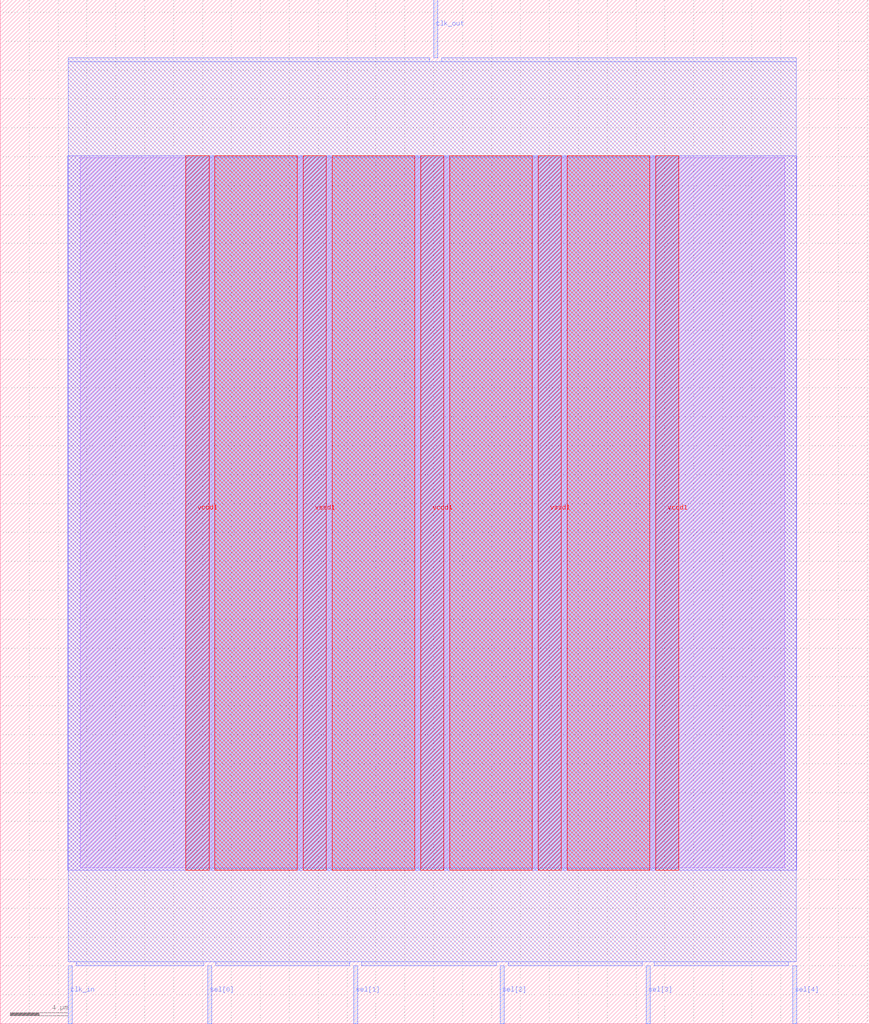
<source format=lef>
VERSION 5.7 ;
  NOWIREEXTENSIONATPIN ON ;
  DIVIDERCHAR "/" ;
  BUSBITCHARS "[]" ;
MACRO clk_skew_adjust
  CLASS BLOCK ;
  FOREIGN clk_skew_adjust ;
  ORIGIN 0.000 0.000 ;
  SIZE 60.140 BY 70.860 ;
  PIN clk_in
    DIRECTION INPUT ;
    USE SIGNAL ;
    PORT
      LAYER met2 ;
        RECT 4.690 0.000 4.970 4.000 ;
    END
  END clk_in
  PIN clk_out
    DIRECTION OUTPUT TRISTATE ;
    USE SIGNAL ;
    PORT
      LAYER met2 ;
        RECT 29.990 66.860 30.270 70.860 ;
    END
  END clk_out
  PIN sel[0]
    DIRECTION INPUT ;
    USE SIGNAL ;
    PORT
      LAYER met2 ;
        RECT 14.350 0.000 14.630 4.000 ;
    END
  END sel[0]
  PIN sel[1]
    DIRECTION INPUT ;
    USE SIGNAL ;
    PORT
      LAYER met2 ;
        RECT 24.470 0.000 24.750 4.000 ;
    END
  END sel[1]
  PIN sel[2]
    DIRECTION INPUT ;
    USE SIGNAL ;
    PORT
      LAYER met2 ;
        RECT 34.590 0.000 34.870 4.000 ;
    END
  END sel[2]
  PIN sel[3]
    DIRECTION INPUT ;
    USE SIGNAL ;
    PORT
      LAYER met2 ;
        RECT 44.710 0.000 44.990 4.000 ;
    END
  END sel[3]
  PIN sel[4]
    DIRECTION INPUT ;
    USE SIGNAL ;
    PORT
      LAYER met2 ;
        RECT 54.830 0.000 55.110 4.000 ;
    END
  END sel[4]
  PIN vccd1
    DIRECTION INPUT ;
    USE POWER ;
    PORT
      LAYER met4 ;
        RECT 12.850 10.640 14.450 60.080 ;
    END
    PORT
      LAYER met4 ;
        RECT 29.100 10.640 30.700 60.080 ;
    END
    PORT
      LAYER met4 ;
        RECT 45.355 10.640 46.955 60.080 ;
    END
  END vccd1
  PIN vssd1
    DIRECTION INPUT ;
    USE GROUND ;
    PORT
      LAYER met4 ;
        RECT 20.970 10.640 22.570 60.080 ;
    END
    PORT
      LAYER met4 ;
        RECT 37.225 10.640 38.825 60.080 ;
    END
  END vssd1
  OBS
      LAYER li1 ;
        RECT 5.520 10.795 54.280 59.925 ;
      LAYER met1 ;
        RECT 4.670 10.640 55.130 60.080 ;
      LAYER met2 ;
        RECT 4.700 66.580 29.710 66.860 ;
        RECT 30.550 66.580 55.100 66.860 ;
        RECT 4.700 4.280 55.100 66.580 ;
        RECT 5.250 4.000 14.070 4.280 ;
        RECT 14.910 4.000 24.190 4.280 ;
        RECT 25.030 4.000 34.310 4.280 ;
        RECT 35.150 4.000 44.430 4.280 ;
        RECT 45.270 4.000 54.550 4.280 ;
      LAYER met3 ;
        RECT 12.845 10.715 46.950 60.005 ;
      LAYER met4 ;
        RECT 14.850 10.640 20.570 60.080 ;
        RECT 22.970 10.640 28.700 60.080 ;
        RECT 31.100 10.640 36.825 60.080 ;
        RECT 39.225 10.640 44.955 60.080 ;
  END
END clk_skew_adjust
END LIBRARY


</source>
